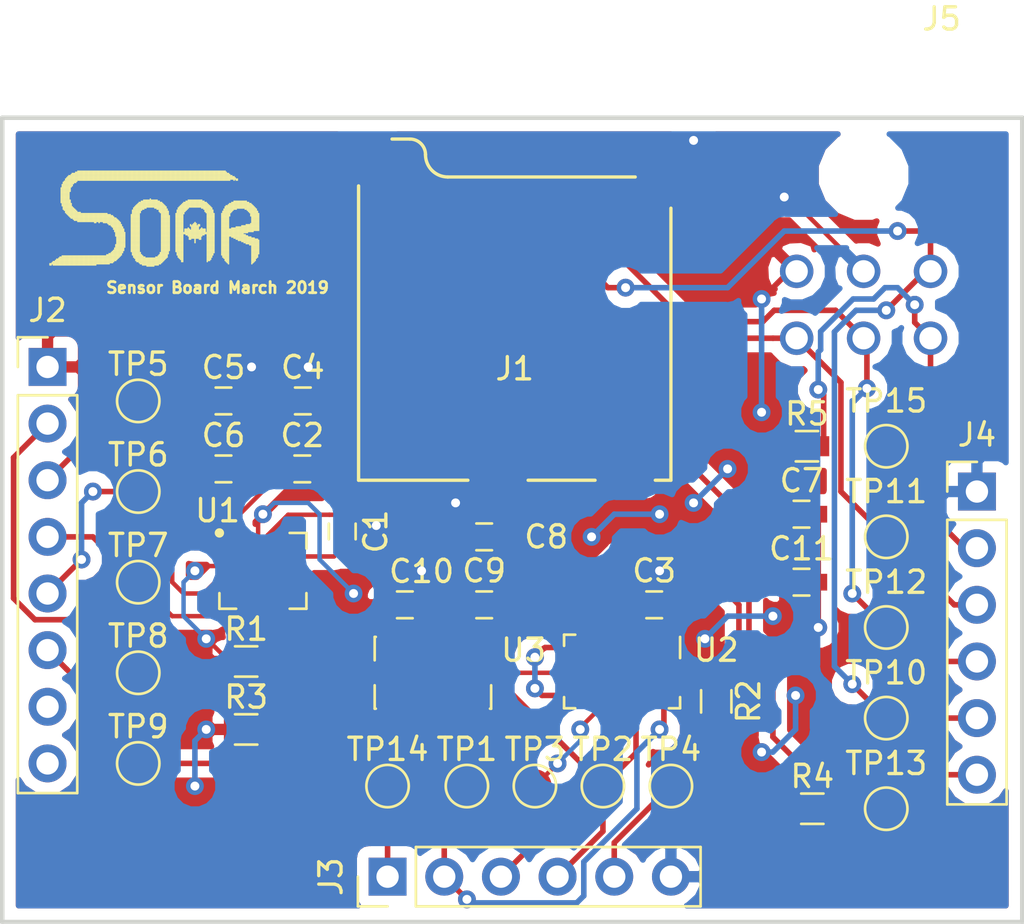
<source format=kicad_pcb>
(kicad_pcb (version 20171130) (host pcbnew "(5.0.2)-1")
  (layers (0 F.Cu signal) (31 B.Cu signal) (34 B.Paste user) (35 F.Paste user) (36 B.SilkS user) (37 F.SilkS user) (38 B.Mask user) (39 F.Mask user) (44 Edge.Cuts user))
  (net 0 "")
  (net 1 GND)
  (net 2 "Net-(C1-Pad1)")
  (net 3 "Net-(C2-Pad1)")
  (net 4 +3V3)
  (net 5 "Net-(J1-Pad1)")
  (net 6 SD1_~CS)
  (net 7 SPI3_MOSI)
  (net 8 SPI3_SCK)
  (net 9 SPI3_MISO)
  (net 10 "Net-(J1-Pad8)")
  (net 11 AG_~CS)
  (net 12 SPI1_SCK)
  (net 13 SPI1_MISO)
  (net 14 SPI1_MOSI)
  (net 15 MAG_~CS)
  (net 16 UART3_TX)
  (net 17 UART3_RX)
  (net 18 ACC_~CS)
  (net 19 SPI2_SCK)
  (net 20 SPI2_MISO)
  (net 21 SPI2_MOSI)
  (net 22 BARO_~CS)
  (net 23 SD2_~CS)
  (net 24 "Net-(U1-Pad13)")
  (net 25 "Net-(U1-Pad12)")
  (net 26 "Net-(U1-Pad11)")
  (net 27 "Net-(U1-Pad10)")
  (net 28 "Net-(U1-Pad9)")
  (net 29 "Net-(U3-Pad8)")
  (net 30 "Net-(U3-Pad9)")
  (module SOAR_Library:SF-MICRO-SD (layer F.Cu) (at 112.776 100.584)
    (fp_text reference J1 (at -7 -5) (layer F.SilkS))
    (fp_text value Micro_SD_Card)
    (pad 1 smd rect (at -8.94 -10.7 90) (size 1.5 0.8) (layers F.Cu F.Paste F.Mask) (net 5 "Net-(J1-Pad1)"))
    (pad 2 smd rect (at -7.84 -10.3 90) (size 1.5 0.8) (layers F.Cu F.Paste F.Mask) (net 6 SD1_~CS))
    (pad 3 smd rect (at -6.74 -10.7 90) (size 1.5 0.8) (layers F.Cu F.Paste F.Mask) (net 7 SPI3_MOSI))
    (pad 4 smd rect (at -5.64 -10.9 90) (size 1.5 0.8) (layers F.Cu F.Paste F.Mask) (net 4 +3V3))
    (pad 5 smd rect (at -4.54 -10.7 90) (size 1.5 0.8) (layers F.Cu F.Paste F.Mask) (net 8 SPI3_SCK))
    (pad 6 smd rect (at -3.44 -10.9 90) (size 1.5 0.8) (layers F.Cu F.Paste F.Mask) (net 1 GND))
    (pad 7 smd rect (at -2.34 -10.7 90) (size 1.5 0.8) (layers F.Cu F.Paste F.Mask) (net 9 SPI3_MISO))
    (pad 8 smd rect (at -1.24 -10.7 90) (size 1.5 0.8) (layers F.Cu F.Paste F.Mask) (net 10 "Net-(J1-Pad8)"))
    (pad 9 smd rect (at -0.45 -13.55 90) (size 1.9 1.4) (layers F.Cu F.Paste F.Mask) (net 1 GND))
    (pad 10 smd rect (at -2.05 -0.4) (size 1.9 1.4) (layers F.Cu F.Paste F.Mask))
    (pad 11 smd rect (at -7.75 -0.4) (size 1.9 1.4) (layers F.Cu F.Paste F.Mask))
    (pad 12 smd rect (at -13.6 -14.55 90) (size 1.9 1.4) (layers F.Cu F.Paste F.Mask))
  )
  (module SOAR_Library:PinHeader_1x06_P2.54mm_Vertical (layer F.Cu) (at 100.076 118.364 90)
    (fp_text reference J3 (at 0 -2.54 90) (layer F.SilkS))
    (fp_text value Conn_01x06)
    (pad 1 thru_hole rect (at 0 0 90) (size 1.7 1.7) (drill 1) (layers *.Cu *.Mask) (net 18 ACC_~CS))
    (pad 2 thru_hole oval (at 0 2.54 90) (size 1.7 1.7) (drill 1) (layers *.Cu *.Mask) (net 19 SPI2_SCK))
    (pad 3 thru_hole oval (at 0 5.08 90) (size 1.7 1.7) (drill 1) (layers *.Cu *.Mask) (net 20 SPI2_MISO))
    (pad 4 thru_hole oval (at 0 7.62 90) (size 1.7 1.7) (drill 1) (layers *.Cu *.Mask) (net 21 SPI2_MOSI))
    (pad 5 thru_hole oval (at 0 10.16 90) (size 1.7 1.7) (drill 1) (layers *.Cu *.Mask) (net 22 BARO_~CS))
    (pad 6 thru_hole oval (at 0 12.7 90) (size 1.7 1.7) (drill 1) (layers *.Cu *.Mask) (net 1 GND))
  )
  (module SOAR_Library:PinHeader_1x08_P2.54mm_Vertical (layer F.Cu) (at 84.836 95.504)
    (fp_text reference J2 (at 0 -2.54) (layer F.SilkS))
    (fp_text value Conn_01x08)
    (pad 1 thru_hole rect (at 0 0) (size 1.7 1.7) (drill 1) (layers *.Cu *.Mask) (net 4 +3V3))
    (pad 2 thru_hole oval (at 0 2.54) (size 1.7 1.7) (drill 1) (layers *.Cu *.Mask) (net 11 AG_~CS))
    (pad 3 thru_hole oval (at 0 5.08) (size 1.7 1.7) (drill 1) (layers *.Cu *.Mask) (net 12 SPI1_SCK))
    (pad 4 thru_hole oval (at 0 7.62) (size 1.7 1.7) (drill 1) (layers *.Cu *.Mask) (net 13 SPI1_MISO))
    (pad 5 thru_hole oval (at 0 10.16) (size 1.7 1.7) (drill 1) (layers *.Cu *.Mask) (net 14 SPI1_MOSI))
    (pad 6 thru_hole oval (at 0 12.7) (size 1.7 1.7) (drill 1) (layers *.Cu *.Mask) (net 15 MAG_~CS))
    (pad 7 thru_hole oval (at 0 15.24) (size 1.7 1.7) (drill 1) (layers *.Cu *.Mask) (net 16 UART3_TX))
    (pad 8 thru_hole oval (at 0 17.78) (size 1.7 1.7) (drill 1) (layers *.Cu *.Mask) (net 17 UART3_RX))
  )
  (module Capacitors_SMD:C_0603 (layer F.Cu) (at 98.044 102.882 270)
    (fp_text reference C1 (at 0 -1.5 270) (layer F.SilkS))
    (fp_text value 10n)
    (pad 2 smd rect (at 0.75 0 270) (size 0.8 0.75) (layers F.Cu F.Paste F.Mask) (net 1 GND))
    (pad 1 smd rect (at -0.75 0 270) (size 0.8 0.75) (layers F.Cu F.Paste F.Mask) (net 2 "Net-(C1-Pad1)"))
  )
  (module Capacitors_SMD:C_0603 (layer F.Cu) (at 96.254 100.076)
    (fp_text reference C2 (at 0 -1.5) (layer F.SilkS))
    (fp_text value 0.1u)
    (pad 1 smd rect (at -0.75 0) (size 0.8 0.75) (layers F.Cu F.Paste F.Mask) (net 3 "Net-(C2-Pad1)"))
    (pad 2 smd rect (at 0.75 0) (size 0.8 0.75) (layers F.Cu F.Paste F.Mask) (net 1 GND))
  )
  (module Capacitors_SMD:C_0603 (layer F.Cu) (at 112.026 106.172 180)
    (fp_text reference C3 (at 0 1.524 180) (layer F.SilkS))
    (fp_text value 0.1u)
    (pad 2 smd rect (at 0.75 0 180) (size 0.8 0.75) (layers F.Cu F.Paste F.Mask) (net 1 GND))
    (pad 1 smd rect (at -0.75 0 180) (size 0.8 0.75) (layers F.Cu F.Paste F.Mask) (net 4 +3V3))
  )
  (module Capacitors_SMD:C_0603 (layer F.Cu) (at 96.278 97.028)
    (fp_text reference C4 (at 0 -1.5) (layer F.SilkS))
    (fp_text value 0.1u)
    (pad 2 smd rect (at 0.75 0) (size 0.8 0.75) (layers F.Cu F.Paste F.Mask) (net 1 GND))
    (pad 1 smd rect (at -0.75 0) (size 0.8 0.75) (layers F.Cu F.Paste F.Mask) (net 4 +3V3))
  )
  (module Capacitors_SMD:C_0603 (layer F.Cu) (at 92.722 97.028)
    (fp_text reference C5 (at 0 -1.5) (layer F.SilkS))
    (fp_text value 0.1u)
    (pad 1 smd rect (at -0.75 0) (size 0.8 0.75) (layers F.Cu F.Paste F.Mask) (net 4 +3V3))
    (pad 2 smd rect (at 0.75 0) (size 0.8 0.75) (layers F.Cu F.Paste F.Mask) (net 1 GND))
  )
  (module Capacitors_SMD:C_0603 (layer F.Cu) (at 92.722 100.076)
    (fp_text reference C6 (at 0 -1.5) (layer F.SilkS))
    (fp_text value 10u)
    (pad 2 smd rect (at 0.75 0) (size 0.8 0.75) (layers F.Cu F.Paste F.Mask) (net 1 GND))
    (pad 1 smd rect (at -0.75 0) (size 0.8 0.75) (layers F.Cu F.Paste F.Mask) (net 4 +3V3))
  )
  (module Capacitors_SMD:C_0603 (layer F.Cu) (at 118.63 102.108)
    (fp_text reference C7 (at 0 -1.5) (layer F.SilkS))
    (fp_text value 10u)
    (pad 1 smd rect (at -0.75 0) (size 0.8 0.75) (layers F.Cu F.Paste F.Mask) (net 4 +3V3))
    (pad 2 smd rect (at 0.75 0) (size 0.8 0.75) (layers F.Cu F.Paste F.Mask) (net 1 GND))
  )
  (module Capacitors_SMD:C_0603 (layer F.Cu) (at 104.406 103.124 180)
    (fp_text reference C8 (at -2.782 0 180) (layer F.SilkS))
    (fp_text value 0.1u)
    (pad 1 smd rect (at -0.75 0 180) (size 0.8 0.75) (layers F.Cu F.Paste F.Mask) (net 4 +3V3))
    (pad 2 smd rect (at 0.75 0 180) (size 0.8 0.75) (layers F.Cu F.Paste F.Mask) (net 1 GND))
  )
  (module Capacitors_SMD:C_0603 (layer F.Cu) (at 104.406 106.172 180)
    (fp_text reference C9 (at 0 1.524 180) (layer F.SilkS))
    (fp_text value 0.1u)
    (pad 2 smd rect (at 0.75 0 180) (size 0.8 0.75) (layers F.Cu F.Paste F.Mask) (net 1 GND))
    (pad 1 smd rect (at -0.75 0 180) (size 0.8 0.75) (layers F.Cu F.Paste F.Mask) (net 4 +3V3))
  )
  (module Capacitors_SMD:C_0603 (layer F.Cu) (at 100.85 106.172)
    (fp_text reference C10 (at 0.75 -1.5) (layer F.SilkS))
    (fp_text value 10u)
    (pad 1 smd rect (at -0.75 0) (size 0.8 0.75) (layers F.Cu F.Paste F.Mask) (net 4 +3V3))
    (pad 2 smd rect (at 0.75 0) (size 0.8 0.75) (layers F.Cu F.Paste F.Mask) (net 1 GND))
  )
  (module Capacitors_SMD:C_0603 (layer F.Cu) (at 118.63 105.156)
    (fp_text reference C11 (at 0 -1.5) (layer F.SilkS))
    (fp_text value 10u)
    (pad 1 smd rect (at -0.75 0) (size 0.8 0.75) (layers F.Cu F.Paste F.Mask) (net 4 +3V3))
    (pad 2 smd rect (at 0.75 0) (size 0.8 0.75) (layers F.Cu F.Paste F.Mask) (net 1 GND))
  )
  (module SOAR_Library:PinHeader_1x06_P2.54mm_Vertical (layer F.Cu) (at 126.492 101.092)
    (fp_text reference J4 (at 0 -2.54) (layer F.SilkS))
    (fp_text value Conn_01x06)
    (pad 6 thru_hole oval (at 0 12.7) (size 1.7 1.7) (drill 1) (layers *.Cu *.Mask) (net 6 SD1_~CS))
    (pad 5 thru_hole oval (at 0 10.16) (size 1.7 1.7) (drill 1) (layers *.Cu *.Mask) (net 8 SPI3_SCK))
    (pad 4 thru_hole oval (at 0 7.62) (size 1.7 1.7) (drill 1) (layers *.Cu *.Mask) (net 9 SPI3_MISO))
    (pad 3 thru_hole oval (at 0 5.08) (size 1.7 1.7) (drill 1) (layers *.Cu *.Mask) (net 7 SPI3_MOSI))
    (pad 2 thru_hole oval (at 0 2.54) (size 1.7 1.7) (drill 1) (layers *.Cu *.Mask) (net 23 SD2_~CS))
    (pad 1 thru_hole rect (at 0 0) (size 1.7 1.7) (drill 1) (layers *.Cu *.Mask) (net 1 GND))
  )
  (module SOAR_Library:Molex_Micro-Fit_3.0_43045-0600_2x03_P3.00mm_Horizontal (layer F.Cu) (at 121.412 82.296 180)
    (fp_text reference J5 (at -3.5 2.4) (layer F.SilkS))
    (fp_text value Conn_01x06)
    (pad "" np_thru_hole circle (at 0 -4.6) (size 3 3) (drill 3) (layers *.Cu *.Mask))
    (pad 1 thru_hole circle (at 3 -8.92) (size 1.5 1.5) (drill 1) (layers *.Cu *.Mask) (net 4 +3V3))
    (pad 2 thru_hole circle (at 0 -8.92) (size 1.5 1.5) (drill 1) (layers *.Cu *.Mask) (net 1 GND))
    (pad 4 thru_hole circle (at 3 -11.92) (size 1.5 1.5) (drill 1) (layers *.Cu *.Mask) (net 7 SPI3_MOSI))
    (pad 5 thru_hole circle (at 0 -11.92) (size 1.5 1.5) (drill 1) (layers *.Cu *.Mask) (net 9 SPI3_MISO))
    (pad 6 thru_hole circle (at -3 -11.92) (size 1.5 1.5) (drill 1) (layers *.Cu *.Mask) (net 23 SD2_~CS))
    (pad 3 thru_hole circle (at -3 -8.92) (size 1.5 1.5) (drill 1) (layers *.Cu *.Mask) (net 8 SPI3_SCK))
  )
  (module Resistors_SMD:R_0603 (layer F.Cu) (at 93.738 108.712)
    (fp_text reference R1 (at 0 -1.45) (layer F.SilkS))
    (fp_text value 10k)
    (pad 2 smd rect (at 0.75 0) (size 0.5 0.9) (layers F.Cu F.Paste F.Mask) (net 11 AG_~CS))
    (pad 1 smd rect (at -0.75 0) (size 0.5 0.9) (layers F.Cu F.Paste F.Mask) (net 4 +3V3))
  )
  (module Resistors_SMD:R_0603 (layer F.Cu) (at 114.808 110.502 270)
    (fp_text reference R2 (at 0 -1.45 270) (layer F.SilkS))
    (fp_text value 10k)
    (pad 1 smd rect (at -0.75 0 270) (size 0.5 0.9) (layers F.Cu F.Paste F.Mask) (net 4 +3V3))
    (pad 2 smd rect (at 0.75 0 270) (size 0.5 0.9) (layers F.Cu F.Paste F.Mask) (net 22 BARO_~CS))
  )
  (module Resistors_SMD:R_0603 (layer F.Cu) (at 93.738 111.76)
    (fp_text reference R3 (at 0 -1.45) (layer F.SilkS))
    (fp_text value 10k)
    (pad 1 smd rect (at -0.75 0) (size 0.5 0.9) (layers F.Cu F.Paste F.Mask) (net 4 +3V3))
    (pad 2 smd rect (at 0.75 0) (size 0.5 0.9) (layers F.Cu F.Paste F.Mask) (net 15 MAG_~CS))
  )
  (module Resistors_SMD:R_0603 (layer F.Cu) (at 119.114 115.316)
    (fp_text reference R4 (at 0 -1.45) (layer F.SilkS))
    (fp_text value 10k)
    (pad 2 smd rect (at 0.75 0) (size 0.5 0.9) (layers F.Cu F.Paste F.Mask) (net 6 SD1_~CS))
    (pad 1 smd rect (at -0.75 0) (size 0.5 0.9) (layers F.Cu F.Paste F.Mask) (net 4 +3V3))
  )
  (module Resistors_SMD:R_0603 (layer F.Cu) (at 118.872 99.06)
    (fp_text reference R5 (at 0 -1.45) (layer F.SilkS))
    (fp_text value 10k)
    (pad 2 smd rect (at 0.75 0) (size 0.5 0.9) (layers F.Cu F.Paste F.Mask) (net 23 SD2_~CS))
    (pad 1 smd rect (at -0.75 0) (size 0.5 0.9) (layers F.Cu F.Paste F.Mask) (net 4 +3V3))
  )
  (module SOAR_Library:TestPoint_Pad_D1.5mm (layer F.Cu) (at 103.632 114.3)
    (fp_text reference TP1 (at 0 -1.648) (layer F.SilkS))
    (fp_text value TP)
    (pad 1 smd circle (at 0 0) (size 1.5 1.5) (layers F.Cu F.Mask) (net 19 SPI2_SCK))
  )
  (module SOAR_Library:TestPoint_Pad_D1.5mm (layer F.Cu) (at 109.728 114.3)
    (fp_text reference TP2 (at 0 -1.648) (layer F.SilkS))
    (fp_text value TP)
    (pad 1 smd circle (at 0 0) (size 1.5 1.5) (layers F.Cu F.Mask) (net 21 SPI2_MOSI))
  )
  (module SOAR_Library:TestPoint_Pad_D1.5mm (layer F.Cu) (at 106.68 114.3)
    (fp_text reference TP3 (at 0 -1.648) (layer F.SilkS))
    (fp_text value TP)
    (pad 1 smd circle (at 0 0) (size 1.5 1.5) (layers F.Cu F.Mask) (net 20 SPI2_MISO))
  )
  (module SOAR_Library:TestPoint_Pad_D1.5mm (layer F.Cu) (at 112.776 114.3)
    (fp_text reference TP4 (at 0 -1.648) (layer F.SilkS))
    (fp_text value TP)
    (pad 1 smd circle (at 0 0) (size 1.5 1.5) (layers F.Cu F.Mask) (net 22 BARO_~CS))
  )
  (module SOAR_Library:TestPoint_Pad_D1.5mm (layer F.Cu) (at 88.9 97.028)
    (fp_text reference TP5 (at 0 -1.648) (layer F.SilkS))
    (fp_text value TP)
    (pad 1 smd circle (at 0 0) (size 1.5 1.5) (layers F.Cu F.Mask) (net 12 SPI1_SCK))
  )
  (module SOAR_Library:TestPoint_Pad_D1.5mm (layer F.Cu) (at 88.9 101.092)
    (fp_text reference TP6 (at 0 -1.648) (layer F.SilkS))
    (fp_text value TP)
    (pad 1 smd circle (at 0 0) (size 1.5 1.5) (layers F.Cu F.Mask) (net 14 SPI1_MOSI))
  )
  (module SOAR_Library:TestPoint_Pad_D1.5mm (layer F.Cu) (at 88.9 105.156)
    (fp_text reference TP7 (at 0 -1.648) (layer F.SilkS))
    (fp_text value TP)
    (pad 1 smd circle (at 0 0) (size 1.5 1.5) (layers F.Cu F.Mask) (net 13 SPI1_MISO))
  )
  (module SOAR_Library:TestPoint_Pad_D1.5mm (layer F.Cu) (at 88.9 109.22)
    (fp_text reference TP8 (at 0 -1.648) (layer F.SilkS))
    (fp_text value TP)
    (pad 1 smd circle (at 0 0) (size 1.5 1.5) (layers F.Cu F.Mask) (net 11 AG_~CS))
  )
  (module SOAR_Library:TestPoint_Pad_D1.5mm (layer F.Cu) (at 88.9 113.284)
    (fp_text reference TP9 (at 0 -1.648) (layer F.SilkS))
    (fp_text value TP)
    (pad 1 smd circle (at 0 0) (size 1.5 1.5) (layers F.Cu F.Mask) (net 15 MAG_~CS))
  )
  (module SOAR_Library:TestPoint_Pad_D1.5mm (layer F.Cu) (at 122.428 111.252)
    (fp_text reference TP10 (at 0 -2.032) (layer F.SilkS))
    (fp_text value TP)
    (pad 1 smd circle (at 0 0) (size 1.5 1.5) (layers F.Cu F.Mask) (net 8 SPI3_SCK))
  )
  (module SOAR_Library:TestPoint_Pad_D1.5mm (layer F.Cu) (at 122.428 103.124)
    (fp_text reference TP11 (at 0 -2.032) (layer F.SilkS))
    (fp_text value TP)
    (pad 1 smd circle (at 0 0) (size 1.5 1.5) (layers F.Cu F.Mask) (net 7 SPI3_MOSI))
  )
  (module SOAR_Library:TestPoint_Pad_D1.5mm (layer F.Cu) (at 122.428 107.188)
    (fp_text reference TP12 (at 0 -2.032) (layer F.SilkS))
    (fp_text value TP)
    (pad 1 smd circle (at 0 0) (size 1.5 1.5) (layers F.Cu F.Mask) (net 9 SPI3_MISO))
  )
  (module SOAR_Library:TestPoint_Pad_D1.5mm (layer F.Cu) (at 122.428 115.316)
    (fp_text reference TP13 (at 0 -2.032) (layer F.SilkS))
    (fp_text value TP)
    (pad 1 smd circle (at 0 0) (size 1.5 1.5) (layers F.Cu F.Mask) (net 6 SD1_~CS))
  )
  (module SOAR_Library:TestPoint_Pad_D1.5mm (layer F.Cu) (at 100.076 114.3)
    (fp_text reference TP14 (at 0 -1.648) (layer F.SilkS))
    (fp_text value TP)
    (pad 1 smd circle (at 0 0) (size 1.5 1.5) (layers F.Cu F.Mask) (net 18 ACC_~CS))
  )
  (module SOAR_Library:TestPoint_Pad_D1.5mm (layer F.Cu) (at 122.428 99.06)
    (fp_text reference TP15 (at 0 -2.032) (layer F.SilkS))
    (fp_text value TP)
    (pad 1 smd circle (at 0 0) (size 1.5 1.5) (layers F.Cu F.Mask) (net 23 SD2_~CS))
  )
  (module Housings_LGA:LGA-24L_3x3.5mm_Pitch0.43mm (layer F.Cu) (at 94.488 104.648)
    (fp_text reference U1 (at -2.032 -2.7) (layer F.SilkS))
    (fp_text value LSM9DS1)
    (pad 13 smd rect (at 1.505 1.225) (size 0.23 0.35) (layers F.Cu F.Paste F.Mask) (net 24 "Net-(U1-Pad13)"))
    (pad 12 smd rect (at 1.075 1.225) (size 0.23 0.35) (layers F.Cu F.Paste F.Mask) (net 25 "Net-(U1-Pad12)"))
    (pad 11 smd rect (at 0.645 1.225) (size 0.23 0.35) (layers F.Cu F.Paste F.Mask) (net 26 "Net-(U1-Pad11)"))
    (pad 10 smd rect (at 0.215 1.225) (size 0.23 0.35) (layers F.Cu F.Paste F.Mask) (net 27 "Net-(U1-Pad10)"))
    (pad 9 smd rect (at -0.215 1.225) (size 0.23 0.35) (layers F.Cu F.Paste F.Mask) (net 28 "Net-(U1-Pad9)"))
    (pad 8 smd rect (at -0.645 1.225) (size 0.23 0.35) (layers F.Cu F.Paste F.Mask) (net 15 MAG_~CS))
    (pad 7 smd rect (at -1.075 1.225) (size 0.23 0.35) (layers F.Cu F.Paste F.Mask) (net 11 AG_~CS))
    (pad 6 smd rect (at -1.505 1.225) (size 0.23 0.35) (layers F.Cu F.Paste F.Mask) (net 13 SPI1_MISO))
    (pad 18 smd rect (at 1.505 -1.225) (size 0.23 0.35) (layers F.Cu F.Paste F.Mask) (net 1 GND))
    (pad 19 smd rect (at 1.075 -1.225) (size 0.23 0.35) (layers F.Cu F.Paste F.Mask) (net 1 GND))
    (pad 20 smd rect (at 0.645 -1.225) (size 0.23 0.35) (layers F.Cu F.Paste F.Mask) (net 1 GND))
    (pad 21 smd rect (at 0.215 -1.225) (size 0.23 0.35) (layers F.Cu F.Paste F.Mask) (net 2 "Net-(C1-Pad1)"))
    (pad 22 smd rect (at -0.215 -1.225) (size 0.23 0.35) (layers F.Cu F.Paste F.Mask) (net 4 +3V3))
    (pad 23 smd rect (at -0.645 -1.225) (size 0.23 0.35) (layers F.Cu F.Paste F.Mask) (net 4 +3V3))
    (pad 24 smd rect (at -1.075 -1.225) (size 0.23 0.35) (layers F.Cu F.Paste F.Mask) (net 3 "Net-(C2-Pad1)"))
    (pad 14 smd rect (at 1.475 0.645) (size 0.35 0.23) (layers F.Cu F.Paste F.Mask) (net 1 GND))
    (pad 5 smd rect (at -1.475 0.645) (size 0.35 0.23) (layers F.Cu F.Paste F.Mask) (net 13 SPI1_MISO))
    (pad 15 smd rect (at 1.475 0.215) (size 0.35 0.23) (layers F.Cu F.Paste F.Mask) (net 1 GND))
    (pad 4 smd rect (at -1.475 0.215) (size 0.35 0.23) (layers F.Cu F.Paste F.Mask) (net 14 SPI1_MOSI))
    (pad 16 smd rect (at 1.475 -0.215) (size 0.35 0.23) (layers F.Cu F.Paste F.Mask) (net 1 GND))
    (pad 3 smd rect (at -1.475 -0.215) (size 0.35 0.23) (layers F.Cu F.Paste F.Mask) (net 4 +3V3))
    (pad 17 smd rect (at 1.475 -0.645) (size 0.35 0.23) (layers F.Cu F.Paste F.Mask) (net 1 GND))
    (pad 2 smd rect (at -1.475 -0.645) (size 0.35 0.23) (layers F.Cu F.Paste F.Mask) (net 12 SPI1_SCK))
    (pad 1 smd rect (at -1.505 -1.225) (size 0.23 0.35) (layers F.Cu F.Paste F.Mask) (net 4 +3V3))
  )
  (module Housings_LGA:LGA-8_3x5mm_Pitch1.25mm (layer F.Cu) (at 110.587 109.161 270)
    (fp_text reference U2 (at -0.957 -4.221) (layer F.SilkS))
    (fp_text value MS5607)
    (pad 5 smd rect (at 1.075 1.875 270) (size 0.95 0.55) (layers F.Cu F.Paste F.Mask) (net 22 BARO_~CS))
    (pad 6 smd rect (at 1.075 0.625 270) (size 0.95 0.55) (layers F.Cu F.Paste F.Mask) (net 20 SPI2_MISO))
    (pad 7 smd rect (at 1.075 -0.625 270) (size 0.95 0.55) (layers F.Cu F.Paste F.Mask) (net 21 SPI2_MOSI))
    (pad 8 smd rect (at 1.075 -1.875 270) (size 0.95 0.55) (layers F.Cu F.Paste F.Mask) (net 19 SPI2_SCK))
    (pad 3 smd rect (at -1.075 0.625 270) (size 0.95 0.55) (layers F.Cu F.Paste F.Mask) (net 1 GND))
    (pad 2 smd rect (at -1.075 -0.625 270) (size 0.95 0.55) (layers F.Cu F.Paste F.Mask) (net 1 GND))
    (pad 1 smd rect (at -1.075 -1.875 270) (size 0.95 0.55) (layers F.Cu F.Paste F.Mask) (net 4 +3V3))
    (pad 4 smd rect (at -1.075 1.875 270) (size 0.95 0.55) (layers F.Cu F.Paste F.Mask) (net 22 BARO_~CS))
  )
  (module SOAR_Library:LGA-14_3x5mm_P0.8mm_LayoutBorder1x6y (layer F.Cu) (at 102.108 109.22 270)
    (fp_text reference U3 (at -1.016 -4.064) (layer F.SilkS))
    (fp_text value ADXL345)
    (pad 1 smd rect (at -1 -2 270) (size 0.95 0.6) (layers F.Cu F.Paste F.Mask) (net 4 +3V3))
    (pad 2 smd rect (at -1 -1.2 270) (size 0.95 0.6) (layers F.Cu F.Paste F.Mask) (net 1 GND))
    (pad 3 smd rect (at -1 -0.4 270) (size 0.95 0.6) (layers F.Cu F.Paste F.Mask))
    (pad 4 smd rect (at -1 0.4 270) (size 0.95 0.6) (layers F.Cu F.Paste F.Mask) (net 1 GND))
    (pad 5 smd rect (at -1 1.2 270) (size 0.95 0.6) (layers F.Cu F.Paste F.Mask) (net 1 GND))
    (pad 6 smd rect (at -1 2 270) (size 0.95 0.6) (layers F.Cu F.Paste F.Mask) (net 4 +3V3))
    (pad 7 smd rect (at 0 2 270) (size 0.6 0.95) (layers F.Cu F.Paste F.Mask) (net 18 ACC_~CS))
    (pad 8 smd rect (at 1 2 270) (size 0.95 0.6) (layers F.Cu F.Paste F.Mask) (net 29 "Net-(U3-Pad8)"))
    (pad 9 smd rect (at 1 1.2 270) (size 0.95 0.6) (layers F.Cu F.Paste F.Mask) (net 30 "Net-(U3-Pad9)"))
    (pad 10 smd rect (at 1 0.4 270) (size 0.95 0.6) (layers F.Cu F.Paste F.Mask))
    (pad 11 smd rect (at 1 -0.4 270) (size 0.95 0.6) (layers F.Cu F.Paste F.Mask))
    (pad 12 smd rect (at 1 -1.2 270) (size 0.95 0.6) (layers F.Cu F.Paste F.Mask) (net 20 SPI2_MISO))
    (pad 13 smd rect (at 1 -2 270) (size 0.95 0.6) (layers F.Cu F.Paste F.Mask) (net 21 SPI2_MOSI))
    (pad 14 smd rect (at 0 -2 270) (size 0.6 0.95) (layers F.Cu F.Paste F.Mask) (net 19 SPI2_SCK))
  )
  (module SOAR_Library:LOGO_SOAR (layer F.Cu) (at 83.82 85.852)
    (fp_text reference LOGO_SOAR hide)
    (fp_text value "" (at 0 0) (layer F.SilkS) (effects (font (size 1.524 1.524))))
  )
  (gr_text "Sensor Board March 2019" (at 92.456 91.948) (layer F.SilkS) (effects (font (size 0.5 0.5) (thickness 0.125))))
  (gr_line (start 82.804 84.328) (end 128.524 84.328) (layer Edge.Cuts) (width 0.2))
  (gr_line (start 82.804 120.396) (end 82.804 84.328) (layer Edge.Cuts) (width 0.2))
  (gr_line (start 128.524 120.396) (end 82.804 120.396) (layer Edge.Cuts) (width 0.2))
  (gr_line (start 128.524 84.328) (end 128.524 120.396) (layer Edge.Cuts) (width 0.2))
  (segment (start 95.963 105.293) (end 95.963 104.863) (width 0.2) (layer F.Cu) (net 1))
  (segment (start 95.963 104.863) (end 95.963 104.433) (width 0.2) (layer F.Cu) (net 1))
  (segment (start 95.963 104.433) (end 95.963 104.003) (width 0.2) (layer F.Cu) (net 1))
  (segment (start 97.673 104.003) (end 98.044 103.632) (width 0.2) (layer F.Cu) (net 1))
  (segment (start 95.963 104.003) (end 97.673 104.003) (width 0.2) (layer F.Cu) (net 1))
  (segment (start 97.028 100.052) (end 97.004 100.076) (width 0.2) (layer F.Cu) (net 1))
  (segment (start 97.028 97.028) (end 97.028 100.052) (width 0.2) (layer F.Cu) (net 1))
  (segment (start 95.133 103.423) (end 95.563 103.423) (width 0.2) (layer F.Cu) (net 1))
  (segment (start 95.563 103.423) (end 95.993 103.423) (width 0.2) (layer F.Cu) (net 1))
  (segment (start 93.472 100.076) (end 93.472 97.028) (width 0.2) (layer F.Cu) (net 1))
  (via (at 93.98 95.504) (size 0.8) (drill 0.4) (layers F.Cu B.Cu) (net 1))
  (segment (start 93.472 97.028) (end 93.472 96.012) (width 0.2) (layer F.Cu) (net 1))
  (segment (start 93.472 96.012) (end 93.98 95.504) (width 0.2) (layer F.Cu) (net 1))
  (via (at 96.52 95.504) (size 0.8) (drill 0.4) (layers F.Cu B.Cu) (net 1))
  (segment (start 93.98 95.504) (end 96.52 95.504) (width 0.2) (layer B.Cu) (net 1))
  (segment (start 96.52 95.504) (end 97.028 96.012) (width 0.2) (layer F.Cu) (net 1))
  (segment (start 97.028 96.012) (end 97.028 97.028) (width 0.2) (layer F.Cu) (net 1))
  (segment (start 95.963 103.453) (end 95.993 103.423) (width 0.2) (layer F.Cu) (net 1))
  (segment (start 95.963 104.003) (end 95.963 103.453) (width 0.2) (layer F.Cu) (net 1))
  (segment (start 109.962 108.086) (end 111.212 108.086) (width 0.2) (layer F.Cu) (net 1))
  (via (at 99.568 102.616) (size 0.8) (drill 0.4) (layers F.Cu B.Cu) (net 1))
  (segment (start 98.044 103.632) (end 98.552 103.632) (width 0.2) (layer F.Cu) (net 1))
  (segment (start 98.552 103.632) (end 99.568 102.616) (width 0.2) (layer F.Cu) (net 1))
  (via (at 117.856 87.884) (size 0.8) (drill 0.4) (layers F.Cu B.Cu) (net 1))
  (segment (start 121.412 91.216) (end 118.08 87.884) (width 0.2) (layer F.Cu) (net 1))
  (segment (start 118.08 87.884) (end 117.856 87.884) (width 0.2) (layer F.Cu) (net 1))
  (segment (start 100.908 108.22) (end 101.708 108.22) (width 0.25) (layer F.Cu) (net 1))
  (segment (start 101.708 106.28) (end 101.6 106.172) (width 0.25) (layer F.Cu) (net 1))
  (segment (start 101.708 108.22) (end 101.708 106.28) (width 0.25) (layer F.Cu) (net 1))
  (via (at 101.6 104.648) (size 0.8) (drill 0.4) (layers F.Cu B.Cu) (net 1))
  (segment (start 101.6 106.172) (end 101.6 104.648) (width 0.25) (layer F.Cu) (net 1))
  (segment (start 103.656 106.172) (end 103.656 103.124) (width 0.25) (layer F.Cu) (net 1))
  (via (at 103.124 101.6) (size 0.8) (drill 0.4) (layers F.Cu B.Cu) (net 1))
  (segment (start 103.656 103.124) (end 103.656 102.132) (width 0.25) (layer F.Cu) (net 1))
  (segment (start 103.656 102.132) (end 103.124 101.6) (width 0.25) (layer F.Cu) (net 1))
  (segment (start 103.308 106.52) (end 103.656 106.172) (width 0.25) (layer F.Cu) (net 1))
  (segment (start 103.308 108.22) (end 103.308 106.52) (width 0.25) (layer F.Cu) (net 1))
  (segment (start 111.212 106.236) (end 111.276 106.172) (width 0.25) (layer F.Cu) (net 1))
  (segment (start 111.212 108.086) (end 111.212 106.236) (width 0.25) (layer F.Cu) (net 1))
  (via (at 112.268 104.648) (size 0.8) (drill 0.4) (layers F.Cu B.Cu) (net 1))
  (segment (start 111.276 106.172) (end 111.276 105.64) (width 0.25) (layer F.Cu) (net 1))
  (segment (start 111.276 105.64) (end 112.268 104.648) (width 0.25) (layer F.Cu) (net 1))
  (segment (start 119.38 102.108) (end 119.38 105.156) (width 0.25) (layer F.Cu) (net 1))
  (via (at 119.38 107.188) (size 0.8) (drill 0.4) (layers F.Cu B.Cu) (net 1))
  (segment (start 119.38 105.156) (end 119.38 107.188) (width 0.25) (layer F.Cu) (net 1))
  (segment (start 111.376 87.034) (end 112.326 87.034) (width 0.25) (layer F.Cu) (net 1))
  (segment (start 110.986 87.034) (end 111.376 87.034) (width 0.25) (layer F.Cu) (net 1))
  (segment (start 109.336 88.684) (end 110.986 87.034) (width 0.25) (layer F.Cu) (net 1))
  (segment (start 109.336 89.684) (end 109.336 88.684) (width 0.25) (layer F.Cu) (net 1))
  (segment (start 113.276 87.034) (end 113.792 86.518) (width 0.25) (layer F.Cu) (net 1))
  (segment (start 112.326 87.034) (end 113.276 87.034) (width 0.25) (layer F.Cu) (net 1))
  (via (at 113.792 85.344) (size 0.8) (drill 0.4) (layers F.Cu B.Cu) (net 1))
  (segment (start 113.792 86.518) (end 113.792 85.344) (width 0.25) (layer F.Cu) (net 1))
  (segment (start 97.469 102.132) (end 98.044 102.132) (width 0.2) (layer F.Cu) (net 2))
  (segment (start 95.619 102.132) (end 97.469 102.132) (width 0.2) (layer F.Cu) (net 2))
  (segment (start 94.703 103.048) (end 95.619 102.132) (width 0.2) (layer F.Cu) (net 2))
  (segment (start 94.703 103.423) (end 94.703 103.048) (width 0.2) (layer F.Cu) (net 2))
  (segment (start 95.479 100.076) (end 95.504 100.076) (width 0.2) (layer F.Cu) (net 3))
  (segment (start 93.413 102.142) (end 95.479 100.076) (width 0.2) (layer F.Cu) (net 3))
  (segment (start 93.413 103.423) (end 93.413 102.142) (width 0.2) (layer F.Cu) (net 3))
  (segment (start 92.983 103.423) (end 92.983 102.635) (width 0.2) (layer F.Cu) (net 4))
  (segment (start 91.972 101.624) (end 91.972 100.076) (width 0.2) (layer F.Cu) (net 4))
  (segment (start 92.983 102.635) (end 91.972 101.624) (width 0.2) (layer F.Cu) (net 4))
  (segment (start 91.972 100.076) (end 91.972 97.028) (width 0.2) (layer F.Cu) (net 4))
  (via (at 91.44 104.648) (size 0.8) (drill 0.4) (layers F.Cu B.Cu) (net 4))
  (segment (start 93.013 104.433) (end 91.655 104.433) (width 0.2) (layer F.Cu) (net 4))
  (segment (start 91.655 104.433) (end 91.44 104.648) (width 0.2) (layer F.Cu) (net 4))
  (segment (start 91.44 104.648) (end 90.932 105.156) (width 0.2) (layer B.Cu) (net 4))
  (via (at 91.948 107.696) (size 0.8) (drill 0.4) (layers F.Cu B.Cu) (net 4))
  (segment (start 90.932 105.156) (end 90.932 106.68) (width 0.2) (layer B.Cu) (net 4))
  (segment (start 90.932 106.68) (end 91.948 107.696) (width 0.2) (layer B.Cu) (net 4))
  (segment (start 91.972 107.696) (end 92.988 108.712) (width 0.2) (layer F.Cu) (net 4))
  (segment (start 91.948 107.696) (end 91.972 107.696) (width 0.2) (layer F.Cu) (net 4))
  (segment (start 93.843 103.423) (end 94.273 103.423) (width 0.2) (layer F.Cu) (net 4))
  (via (at 94.488 102.108) (size 0.8) (drill 0.4) (layers F.Cu B.Cu) (net 4))
  (segment (start 94.273 103.423) (end 94.273 102.323) (width 0.2) (layer F.Cu) (net 4))
  (segment (start 94.273 102.323) (end 94.488 102.108) (width 0.2) (layer F.Cu) (net 4))
  (via (at 98.552 105.664) (size 0.8) (drill 0.4) (layers F.Cu B.Cu) (net 4))
  (segment (start 98.552 105.664) (end 97.028 104.14) (width 0.2) (layer B.Cu) (net 4))
  (segment (start 97.028 104.14) (end 97.028 102.108) (width 0.2) (layer B.Cu) (net 4))
  (segment (start 97.028 102.108) (end 96.52 101.6) (width 0.2) (layer B.Cu) (net 4))
  (segment (start 94.996 101.6) (end 94.488 102.108) (width 0.2) (layer B.Cu) (net 4))
  (segment (start 96.52 101.6) (end 94.996 101.6) (width 0.2) (layer B.Cu) (net 4))
  (segment (start 93.843 103.798) (end 93.843 103.423) (width 0.2) (layer F.Cu) (net 4))
  (segment (start 93.843 103.978) (end 93.843 103.798) (width 0.2) (layer F.Cu) (net 4))
  (segment (start 93.388 104.433) (end 93.843 103.978) (width 0.2) (layer F.Cu) (net 4))
  (segment (start 93.013 104.433) (end 93.388 104.433) (width 0.2) (layer F.Cu) (net 4))
  (via (at 91.948 111.76) (size 0.8) (drill 0.4) (layers F.Cu B.Cu) (net 4))
  (segment (start 92.988 111.76) (end 91.948 111.76) (width 0.25) (layer F.Cu) (net 4))
  (segment (start 91.948 111.76) (end 91.44 112.268) (width 0.25) (layer B.Cu) (net 4))
  (via (at 91.44 114.3) (size 0.8) (drill 0.4) (layers F.Cu B.Cu) (net 4))
  (segment (start 91.44 112.268) (end 91.44 114.3) (width 0.25) (layer B.Cu) (net 4))
  (segment (start 99.06 106.172) (end 98.552 105.664) (width 0.25) (layer F.Cu) (net 4))
  (segment (start 100.1 106.172) (end 99.06 106.172) (width 0.25) (layer F.Cu) (net 4))
  (via (at 109.22 103.124) (size 0.8) (drill 0.4) (layers F.Cu B.Cu) (net 4))
  (segment (start 105.156 106.172) (end 106.172 106.172) (width 0.25) (layer F.Cu) (net 4))
  (segment (start 106.172 106.172) (end 109.22 103.124) (width 0.25) (layer F.Cu) (net 4))
  (via (at 112.268 102.108) (size 0.8) (drill 0.4) (layers F.Cu B.Cu) (net 4))
  (segment (start 109.22 103.124) (end 110.236 102.108) (width 0.25) (layer B.Cu) (net 4))
  (segment (start 110.236 102.108) (end 112.268 102.108) (width 0.25) (layer B.Cu) (net 4))
  (via (at 114.3 107.696) (size 0.8) (drill 0.4) (layers F.Cu B.Cu) (net 4))
  (segment (start 112.462 108.086) (end 113.91 108.086) (width 0.25) (layer F.Cu) (net 4))
  (segment (start 113.91 108.086) (end 114.3 107.696) (width 0.25) (layer F.Cu) (net 4))
  (via (at 117.348 106.68) (size 0.8) (drill 0.4) (layers F.Cu B.Cu) (net 4))
  (segment (start 114.3 107.696) (end 115.316 106.68) (width 0.25) (layer B.Cu) (net 4))
  (segment (start 115.316 106.68) (end 117.348 106.68) (width 0.25) (layer B.Cu) (net 4))
  (segment (start 117.348 106.68) (end 118.364 107.696) (width 0.25) (layer F.Cu) (net 4))
  (via (at 118.364 110.236) (size 0.8) (drill 0.4) (layers F.Cu B.Cu) (net 4))
  (segment (start 118.364 107.696) (end 118.364 110.236) (width 0.25) (layer F.Cu) (net 4))
  (segment (start 118.364 110.236) (end 118.364 111.252) (width 0.25) (layer B.Cu) (net 4))
  (segment (start 118.364 111.252) (end 118.364 111.76) (width 0.25) (layer B.Cu) (net 4))
  (via (at 116.84 112.776) (size 0.8) (drill 0.4) (layers F.Cu B.Cu) (net 4))
  (segment (start 118.364 111.76) (end 117.348 112.776) (width 0.25) (layer B.Cu) (net 4))
  (segment (start 117.348 112.776) (end 116.84 112.776) (width 0.25) (layer B.Cu) (net 4))
  (via (at 116.84 97.536) (size 0.8) (drill 0.4) (layers F.Cu B.Cu) (net 4))
  (segment (start 118.122 99.06) (end 118.122 98.818) (width 0.25) (layer F.Cu) (net 4))
  (segment (start 118.122 98.818) (end 116.84 97.536) (width 0.25) (layer F.Cu) (net 4))
  (via (at 116.84 92.456) (size 0.8) (drill 0.4) (layers F.Cu B.Cu) (net 4))
  (segment (start 116.84 97.536) (end 116.84 92.456) (width 0.25) (layer B.Cu) (net 4))
  (segment (start 118.08 91.216) (end 118.412 91.216) (width 0.25) (layer F.Cu) (net 4))
  (segment (start 116.84 92.456) (end 118.08 91.216) (width 0.25) (layer F.Cu) (net 4))
  (via (at 113.792 101.6) (size 0.8) (drill 0.4) (layers F.Cu B.Cu) (net 4))
  (segment (start 112.268 102.108) (end 113.284 102.108) (width 0.25) (layer F.Cu) (net 4))
  (segment (start 113.284 102.108) (end 113.792 101.6) (width 0.25) (layer F.Cu) (net 4))
  (via (at 115.316 100.076) (size 0.8) (drill 0.4) (layers F.Cu B.Cu) (net 4))
  (segment (start 113.792 101.6) (end 115.316 100.076) (width 0.25) (layer B.Cu) (net 4))
  (segment (start 123.952 113.792) (end 126.492 113.792) (width 0.25) (layer F.Cu) (net 6))
  (segment (start 122.428 115.316) (end 123.952 113.792) (width 0.25) (layer F.Cu) (net 6))
  (segment (start 121.36734 115.316) (end 119.864 115.316) (width 0.25) (layer F.Cu) (net 6))
  (segment (start 122.428 115.316) (end 121.36734 115.316) (width 0.25) (layer F.Cu) (net 6))
  (segment (start 119.864 114.616) (end 117.348 112.1) (width 0.25) (layer F.Cu) (net 6))
  (segment (start 119.864 115.316) (end 119.864 114.616) (width 0.25) (layer F.Cu) (net 6))
  (segment (start 117.348 112.1) (end 117.348 108.712) (width 0.25) (layer F.Cu) (net 6))
  (segment (start 116.27401 107.63801) (end 116.27401 102.55801) (width 0.25) (layer F.Cu) (net 6))
  (segment (start 117.348 108.712) (end 116.27401 107.63801) (width 0.25) (layer F.Cu) (net 6))
  (segment (start 116.27401 102.55801) (end 110.744 97.028) (width 0.25) (layer F.Cu) (net 6))
  (segment (start 110.744 97.028) (end 108.204 97.028) (width 0.25) (layer F.Cu) (net 6))
  (segment (start 104.936 93.76) (end 104.936 90.284) (width 0.25) (layer F.Cu) (net 6))
  (segment (start 108.204 97.028) (end 104.936 93.76) (width 0.25) (layer F.Cu) (net 6))
  (segment (start 125.476 106.172) (end 126.492 106.172) (width 0.25) (layer F.Cu) (net 7))
  (segment (start 122.428 103.124) (end 125.476 106.172) (width 0.25) (layer F.Cu) (net 7))
  (segment (start 119.161999 94.965999) (end 118.412 94.216) (width 0.25) (layer F.Cu) (net 7))
  (segment (start 120.396 96.2) (end 119.161999 94.965999) (width 0.25) (layer F.Cu) (net 7))
  (segment (start 120.396 101.092) (end 120.396 96.2) (width 0.25) (layer F.Cu) (net 7))
  (segment (start 122.428 103.124) (end 120.396 101.092) (width 0.25) (layer F.Cu) (net 7))
  (segment (start 117.35134 94.216) (end 118.412 94.216) (width 0.25) (layer F.Cu) (net 7))
  (segment (start 109.368 94.216) (end 117.35134 94.216) (width 0.25) (layer F.Cu) (net 7))
  (segment (start 106.036 90.884) (end 109.368 94.216) (width 0.25) (layer F.Cu) (net 7))
  (segment (start 106.036 89.884) (end 106.036 90.884) (width 0.25) (layer F.Cu) (net 7))
  (segment (start 122.428 111.252) (end 126.492 111.252) (width 0.25) (layer F.Cu) (net 8))
  (via (at 120.904 109.728) (size 0.8) (drill 0.4) (layers F.Cu B.Cu) (net 8))
  (segment (start 122.428 111.252) (end 120.904 109.728) (width 0.25) (layer F.Cu) (net 8))
  (segment (start 120.105001 93.931997) (end 121.072998 92.964) (width 0.25) (layer B.Cu) (net 8))
  (segment (start 120.904 109.728) (end 120.105001 108.929001) (width 0.25) (layer B.Cu) (net 8))
  (segment (start 120.105001 108.929001) (end 120.105001 93.931997) (width 0.25) (layer B.Cu) (net 8))
  (segment (start 121.072998 92.964) (end 122.428 92.964) (width 0.25) (layer B.Cu) (net 8))
  (via (at 122.428 92.964) (size 0.8) (drill 0.4) (layers F.Cu B.Cu) (net 8))
  (segment (start 124.176 91.216) (end 124.412 91.216) (width 0.25) (layer F.Cu) (net 8))
  (segment (start 122.428 92.964) (end 124.176 91.216) (width 0.25) (layer F.Cu) (net 8))
  (via (at 110.744 91.948) (size 0.8) (drill 0.4) (layers F.Cu B.Cu) (net 8))
  (segment (start 109.95 91.948) (end 110.744 91.948) (width 0.25) (layer F.Cu) (net 8))
  (segment (start 108.236 89.884) (end 108.236 90.234) (width 0.25) (layer F.Cu) (net 8))
  (segment (start 108.236 90.234) (end 109.95 91.948) (width 0.25) (layer F.Cu) (net 8))
  (segment (start 110.744 91.948) (end 115.316 91.948) (width 0.25) (layer B.Cu) (net 8))
  (via (at 122.936 89.408) (size 0.8) (drill 0.4) (layers F.Cu B.Cu) (net 8))
  (segment (start 115.316 91.948) (end 117.856 89.408) (width 0.25) (layer B.Cu) (net 8))
  (segment (start 117.856 89.408) (end 122.936 89.408) (width 0.25) (layer B.Cu) (net 8))
  (segment (start 124.412 89.868) (end 124.412 91.216) (width 0.25) (layer F.Cu) (net 8))
  (segment (start 122.936 89.408) (end 123.952 89.408) (width 0.25) (layer F.Cu) (net 8))
  (segment (start 123.952 89.408) (end 124.412 89.868) (width 0.25) (layer F.Cu) (net 8))
  (segment (start 123.952 108.712) (end 126.492 108.712) (width 0.25) (layer F.Cu) (net 9))
  (segment (start 122.428 107.188) (end 123.952 108.712) (width 0.25) (layer F.Cu) (net 9))
  (via (at 120.904 105.664) (size 0.8) (drill 0.4) (layers F.Cu B.Cu) (net 9))
  (segment (start 122.428 107.188) (end 120.904 105.664) (width 0.25) (layer F.Cu) (net 9))
  (segment (start 120.904 105.664) (end 120.904 97.028) (width 0.25) (layer B.Cu) (net 9))
  (via (at 121.560487 96.465048) (size 0.8) (drill 0.4) (layers F.Cu B.Cu) (net 9))
  (segment (start 120.904 97.028) (end 120.997535 97.028) (width 0.25) (layer B.Cu) (net 9))
  (segment (start 120.997535 97.028) (end 121.560487 96.465048) (width 0.25) (layer B.Cu) (net 9))
  (segment (start 121.560487 94.364487) (end 121.412 94.216) (width 0.25) (layer F.Cu) (net 9))
  (segment (start 121.560487 96.465048) (end 121.560487 94.364487) (width 0.25) (layer F.Cu) (net 9))
  (segment (start 110.436 90.519002) (end 113.388998 93.472) (width 0.25) (layer F.Cu) (net 9))
  (segment (start 110.436 89.884) (end 110.436 90.519002) (width 0.25) (layer F.Cu) (net 9))
  (segment (start 116.897002 93.472) (end 117.405002 92.964) (width 0.25) (layer F.Cu) (net 9))
  (segment (start 113.388998 93.472) (end 116.897002 93.472) (width 0.25) (layer F.Cu) (net 9))
  (segment (start 120.16 92.964) (end 121.412 94.216) (width 0.25) (layer F.Cu) (net 9))
  (segment (start 117.405002 92.964) (end 120.16 92.964) (width 0.25) (layer F.Cu) (net 9))
  (segment (start 94.488 108.512) (end 94.488 108.712) (width 0.2) (layer F.Cu) (net 11))
  (segment (start 93.413 107.437) (end 94.488 108.512) (width 0.2) (layer F.Cu) (net 11))
  (segment (start 93.413 105.873) (end 93.413 107.437) (width 0.2) (layer F.Cu) (net 11))
  (segment (start 94.488 108.712) (end 94.488 109.728) (width 0.2) (layer F.Cu) (net 11))
  (segment (start 94.488 109.728) (end 93.98 110.236) (width 0.2) (layer F.Cu) (net 11))
  (segment (start 89.916 110.236) (end 88.9 109.22) (width 0.2) (layer F.Cu) (net 11))
  (segment (start 93.98 110.236) (end 89.916 110.236) (width 0.2) (layer F.Cu) (net 11))
  (segment (start 84.271999 106.839001) (end 83.312 105.879002) (width 0.25) (layer F.Cu) (net 11))
  (segment (start 88.9 109.22) (end 86.519001 106.839001) (width 0.25) (layer F.Cu) (net 11))
  (segment (start 86.519001 106.839001) (end 84.271999 106.839001) (width 0.25) (layer F.Cu) (net 11))
  (segment (start 83.312 99.568) (end 84.836 98.044) (width 0.25) (layer F.Cu) (net 11))
  (segment (start 83.312 105.879002) (end 83.312 99.568) (width 0.25) (layer F.Cu) (net 11))
  (segment (start 89.916 99.568) (end 89.916 98.044) (width 0.2) (layer F.Cu) (net 12))
  (segment (start 92.638 104.003) (end 92.267 103.632) (width 0.2) (layer F.Cu) (net 12))
  (segment (start 92.267 103.632) (end 91.44 103.632) (width 0.2) (layer F.Cu) (net 12))
  (segment (start 91.44 103.632) (end 90.932 103.124) (width 0.2) (layer F.Cu) (net 12))
  (segment (start 89.916 98.044) (end 88.9 97.028) (width 0.2) (layer F.Cu) (net 12))
  (segment (start 90.932 103.124) (end 90.932 100.584) (width 0.2) (layer F.Cu) (net 12))
  (segment (start 90.932 100.584) (end 89.916 99.568) (width 0.2) (layer F.Cu) (net 12))
  (segment (start 93.013 104.003) (end 92.638 104.003) (width 0.2) (layer F.Cu) (net 12))
  (segment (start 87.83934 97.028) (end 86.868 97.99934) (width 0.25) (layer F.Cu) (net 12))
  (segment (start 88.9 97.028) (end 87.83934 97.028) (width 0.25) (layer F.Cu) (net 12))
  (segment (start 86.868 98.552) (end 84.836 100.584) (width 0.25) (layer F.Cu) (net 12))
  (segment (start 86.868 97.99934) (end 86.868 98.552) (width 0.25) (layer F.Cu) (net 12))
  (segment (start 92.983 105.323) (end 92.983 105.873) (width 0.2) (layer F.Cu) (net 13))
  (segment (start 93.013 105.293) (end 92.983 105.323) (width 0.2) (layer F.Cu) (net 13))
  (segment (start 92.983 105.933) (end 92.236 106.68) (width 0.2) (layer F.Cu) (net 13))
  (segment (start 92.983 105.873) (end 92.983 105.933) (width 0.2) (layer F.Cu) (net 13))
  (segment (start 92.236 106.68) (end 90.424 106.68) (width 0.2) (layer F.Cu) (net 13))
  (segment (start 90.424 106.68) (end 88.9 105.156) (width 0.2) (layer F.Cu) (net 13))
  (segment (start 86.868 103.124) (end 84.836 103.124) (width 0.25) (layer F.Cu) (net 13))
  (segment (start 88.9 105.156) (end 86.868 103.124) (width 0.25) (layer F.Cu) (net 13))
  (segment (start 93.013 104.863) (end 92.638 104.863) (width 0.2) (layer F.Cu) (net 14))
  (segment (start 90.424 102.616) (end 88.9 101.092) (width 0.2) (layer F.Cu) (net 14))
  (segment (start 90.424 105.156) (end 90.424 102.616) (width 0.2) (layer F.Cu) (net 14))
  (segment (start 90.932 105.664) (end 90.424 105.156) (width 0.2) (layer F.Cu) (net 14))
  (segment (start 91.837 105.664) (end 90.932 105.664) (width 0.2) (layer F.Cu) (net 14))
  (segment (start 92.638 104.863) (end 91.837 105.664) (width 0.2) (layer F.Cu) (net 14))
  (via (at 86.868 101.092) (size 0.8) (drill 0.4) (layers F.Cu B.Cu) (net 14))
  (segment (start 88.9 101.092) (end 86.868 101.092) (width 0.25) (layer F.Cu) (net 14))
  (segment (start 86.868 101.092) (end 86.36 101.6) (width 0.25) (layer B.Cu) (net 14))
  (via (at 86.36 104.14) (size 0.8) (drill 0.4) (layers F.Cu B.Cu) (net 14))
  (segment (start 86.36 101.6) (end 86.36 104.14) (width 0.25) (layer B.Cu) (net 14))
  (segment (start 86.36 104.14) (end 84.836 105.664) (width 0.25) (layer F.Cu) (net 14))
  (segment (start 93.843 106.248) (end 95.504 107.909) (width 0.2) (layer F.Cu) (net 15))
  (segment (start 93.843 105.873) (end 93.843 106.248) (width 0.2) (layer F.Cu) (net 15))
  (segment (start 94.488 111.11) (end 94.488 111.76) (width 0.2) (layer F.Cu) (net 15))
  (segment (start 95.504 110.094) (end 94.488 111.11) (width 0.2) (layer F.Cu) (net 15))
  (segment (start 95.504 107.909) (end 95.504 110.094) (width 0.2) (layer F.Cu) (net 15))
  (segment (start 85.685999 109.053999) (end 84.836 108.204) (width 0.25) (layer F.Cu) (net 15))
  (segment (start 88.150001 111.518001) (end 85.685999 109.053999) (width 0.25) (layer F.Cu) (net 15))
  (segment (start 88.150001 112.534001) (end 88.150001 111.518001) (width 0.25) (layer F.Cu) (net 15))
  (segment (start 88.9 113.284) (end 88.150001 112.534001) (width 0.25) (layer F.Cu) (net 15))
  (segment (start 93.98 113.284) (end 88.9 113.284) (width 0.25) (layer F.Cu) (net 15))
  (segment (start 94.488 111.76) (end 94.488 112.776) (width 0.25) (layer F.Cu) (net 15))
  (segment (start 94.488 112.776) (end 93.98 113.284) (width 0.25) (layer F.Cu) (net 15))
  (segment (start 100.076 114.3) (end 100.076 118.364) (width 0.25) (layer F.Cu) (net 18))
  (segment (start 100.076 113.23934) (end 98.552 111.71534) (width 0.25) (layer F.Cu) (net 18))
  (segment (start 100.076 114.3) (end 100.076 113.23934) (width 0.25) (layer F.Cu) (net 18))
  (segment (start 99.383 109.22) (end 100.108 109.22) (width 0.25) (layer F.Cu) (net 18))
  (segment (start 98.552 110.051) (end 99.383 109.22) (width 0.25) (layer F.Cu) (net 18))
  (segment (start 98.552 111.71534) (end 98.552 110.051) (width 0.25) (layer F.Cu) (net 18))
  (segment (start 104.783 109.22) (end 104.108 109.22) (width 0.2) (layer F.Cu) (net 19))
  (segment (start 111.646 109.22) (end 104.783 109.22) (width 0.2) (layer F.Cu) (net 19))
  (segment (start 112.462 110.036) (end 111.646 109.22) (width 0.2) (layer F.Cu) (net 19))
  (segment (start 112.462 110.236) (end 112.462 110.036) (width 0.2) (layer F.Cu) (net 19))
  (segment (start 102.616 115.316) (end 102.616 118.364) (width 0.25) (layer F.Cu) (net 19))
  (segment (start 103.632 114.3) (end 102.616 115.316) (width 0.25) (layer F.Cu) (net 19))
  (via (at 112.268 111.76) (size 0.8) (drill 0.4) (layers F.Cu B.Cu) (net 19))
  (segment (start 112.462 110.236) (end 112.462 111.566) (width 0.25) (layer F.Cu) (net 19))
  (segment (start 112.462 111.566) (end 112.268 111.76) (width 0.25) (layer F.Cu) (net 19))
  (segment (start 112.268 111.76) (end 111.252 112.776) (width 0.25) (layer B.Cu) (net 19))
  (segment (start 111.252 112.776) (end 111.252 115.316) (width 0.25) (layer B.Cu) (net 19))
  (segment (start 108.871001 117.696999) (end 108.871001 119.220999) (width 0.25) (layer B.Cu) (net 19))
  (segment (start 111.252 115.316) (end 108.871001 117.696999) (width 0.25) (layer B.Cu) (net 19))
  (via (at 103.632 119.38) (size 0.8) (drill 0.4) (layers F.Cu B.Cu) (net 19))
  (segment (start 103.791001 119.539001) (end 103.632 119.38) (width 0.25) (layer B.Cu) (net 19))
  (segment (start 108.871001 119.220999) (end 108.552999 119.539001) (width 0.25) (layer B.Cu) (net 19))
  (segment (start 108.552999 119.539001) (end 103.791001 119.539001) (width 0.25) (layer B.Cu) (net 19))
  (segment (start 103.632 119.38) (end 102.616 118.364) (width 0.25) (layer F.Cu) (net 19))
  (via (at 108.712 111.76) (size 0.8) (drill 0.4) (layers F.Cu B.Cu) (net 20))
  (segment (start 108.712 111.686) (end 108.712 111.76) (width 0.2) (layer F.Cu) (net 20))
  (segment (start 109.962 110.236) (end 109.962 110.436) (width 0.2) (layer F.Cu) (net 20))
  (segment (start 109.962 110.436) (end 108.712 111.686) (width 0.2) (layer F.Cu) (net 20))
  (via (at 107.696 113.284) (size 0.8) (drill 0.4) (layers F.Cu B.Cu) (net 20))
  (segment (start 108.712 111.76) (end 108.712 112.268) (width 0.2) (layer B.Cu) (net 20))
  (segment (start 108.712 112.268) (end 107.696 113.284) (width 0.2) (layer B.Cu) (net 20))
  (segment (start 107.696 113.284) (end 106.68 114.3) (width 0.2) (layer F.Cu) (net 20))
  (segment (start 106.68 116.84) (end 105.156 118.364) (width 0.25) (layer F.Cu) (net 20))
  (segment (start 106.68 114.3) (end 106.68 116.84) (width 0.25) (layer F.Cu) (net 20))
  (segment (start 103.308 110.945) (end 103.308 110.22) (width 0.25) (layer F.Cu) (net 20))
  (segment (start 105.913001 113.550001) (end 103.308 110.945) (width 0.25) (layer F.Cu) (net 20))
  (segment (start 105.930001 113.550001) (end 105.913001 113.550001) (width 0.25) (layer F.Cu) (net 20))
  (segment (start 106.68 114.3) (end 105.930001 113.550001) (width 0.25) (layer F.Cu) (net 20))
  (segment (start 109.728 116.332) (end 107.696 118.364) (width 0.25) (layer F.Cu) (net 21))
  (segment (start 109.728 114.3) (end 109.728 116.332) (width 0.25) (layer F.Cu) (net 21))
  (segment (start 104.658 110.22) (end 104.108 110.22) (width 0.25) (layer F.Cu) (net 21))
  (segment (start 105.705002 110.22) (end 104.658 110.22) (width 0.25) (layer F.Cu) (net 21))
  (segment (start 108.978001 113.492999) (end 105.705002 110.22) (width 0.25) (layer F.Cu) (net 21))
  (segment (start 108.978001 113.550001) (end 108.978001 113.492999) (width 0.25) (layer F.Cu) (net 21))
  (segment (start 109.728 114.3) (end 108.978001 113.550001) (width 0.25) (layer F.Cu) (net 21))
  (segment (start 111.212 112.816) (end 111.212 110.236) (width 0.25) (layer F.Cu) (net 21))
  (segment (start 109.728 114.3) (end 111.212 112.816) (width 0.25) (layer F.Cu) (net 21))
  (segment (start 110.236 116.84) (end 110.236 118.364) (width 0.25) (layer F.Cu) (net 22))
  (segment (start 112.776 114.3) (end 110.236 116.84) (width 0.25) (layer F.Cu) (net 22))
  (segment (start 114.808 112.268) (end 114.808 111.252) (width 0.25) (layer F.Cu) (net 22))
  (segment (start 112.776 114.3) (end 114.808 112.268) (width 0.25) (layer F.Cu) (net 22))
  (via (at 106.68 109.92) (size 0.8) (drill 0.4) (layers F.Cu B.Cu) (net 22))
  (segment (start 108.712 110.236) (end 106.996 110.236) (width 0.25) (layer F.Cu) (net 22))
  (segment (start 106.996 110.236) (end 106.68 109.92) (width 0.25) (layer F.Cu) (net 22))
  (via (at 106.68 108.52) (size 0.8) (drill 0.4) (layers F.Cu B.Cu) (net 22))
  (segment (start 106.68 109.92) (end 106.68 108.52) (width 0.25) (layer B.Cu) (net 22))
  (segment (start 107.079999 108.120001) (end 107.104001 108.120001) (width 0.25) (layer F.Cu) (net 22))
  (segment (start 106.68 108.52) (end 107.079999 108.120001) (width 0.25) (layer F.Cu) (net 22))
  (segment (start 107.138002 108.086) (end 108.712 108.086) (width 0.25) (layer F.Cu) (net 22))
  (segment (start 107.104001 108.120001) (end 107.138002 108.086) (width 0.25) (layer F.Cu) (net 22))
  (segment (start 115.824 110.236) (end 114.808 111.252) (width 0.25) (layer F.Cu) (net 22))
  (segment (start 115.824 106.172) (end 115.824 110.236) (width 0.25) (layer F.Cu) (net 22))
  (segment (start 108.83 108.086) (end 109.22 107.696) (width 0.25) (layer F.Cu) (net 22))
  (segment (start 108.712 108.086) (end 108.83 108.086) (width 0.25) (layer F.Cu) (net 22))
  (segment (start 109.22 107.696) (end 109.22 105.156) (width 0.25) (layer F.Cu) (net 22))
  (segment (start 109.22 105.156) (end 110.453001 103.922999) (width 0.25) (layer F.Cu) (net 22))
  (segment (start 110.453001 103.922999) (end 113.574999 103.922999) (width 0.25) (layer F.Cu) (net 22))
  (segment (start 113.574999 103.922999) (end 115.824 106.172) (width 0.25) (layer F.Cu) (net 22))
  (segment (start 125.93934 103.632) (end 126.492 103.632) (width 0.25) (layer F.Cu) (net 23))
  (segment (start 122.428 100.12066) (end 125.93934 103.632) (width 0.25) (layer F.Cu) (net 23))
  (segment (start 122.428 99.06) (end 122.428 100.12066) (width 0.25) (layer F.Cu) (net 23))
  (segment (start 124.412 97.076) (end 124.412 94.216) (width 0.25) (layer F.Cu) (net 23))
  (segment (start 122.428 99.06) (end 124.412 97.076) (width 0.25) (layer F.Cu) (net 23))
  (via (at 119.38 96.52) (size 0.8) (drill 0.4) (layers F.Cu B.Cu) (net 23))
  (segment (start 119.622 99.06) (end 119.622 96.762) (width 0.25) (layer F.Cu) (net 23))
  (segment (start 119.622 96.762) (end 119.38 96.52) (width 0.25) (layer F.Cu) (net 23))
  (segment (start 121.862998 92.456) (end 122.370998 91.948) (width 0.25) (layer B.Cu) (net 23))
  (segment (start 120.944588 92.456) (end 121.862998 92.456) (width 0.25) (layer B.Cu) (net 23))
  (segment (start 119.487001 93.913587) (end 120.944588 92.456) (width 0.25) (layer B.Cu) (net 23))
  (segment (start 119.487001 94.732001) (end 119.487001 93.913587) (width 0.25) (layer B.Cu) (net 23))
  (segment (start 119.38 96.52) (end 119.38 94.839002) (width 0.25) (layer B.Cu) (net 23))
  (segment (start 119.38 94.839002) (end 119.487001 94.732001) (width 0.25) (layer B.Cu) (net 23))
  (segment (start 122.370998 91.948) (end 122.485002 91.948) (width 0.25) (layer B.Cu) (net 23))
  (via (at 123.702653 92.714653) (size 0.8) (drill 0.4) (layers F.Cu B.Cu) (net 23))
  (segment (start 122.485002 91.948) (end 122.936 91.948) (width 0.25) (layer B.Cu) (net 23))
  (segment (start 122.936 91.948) (end 123.702653 92.714653) (width 0.25) (layer B.Cu) (net 23))
  (segment (start 123.702653 93.506653) (end 124.412 94.216) (width 0.25) (layer F.Cu) (net 23))
  (segment (start 123.702653 92.714653) (end 123.702653 93.506653) (width 0.25) (layer F.Cu) (net 23))
  (zone (net 4) (net_name +3V3) (layer F.Cu) (connect_pads (clearance 0.508)) (min_thickness 0.254) (fill yes (arc_segments 16) (thermal_gap 0.508) (thermal_bridge_width 0.508))
    (polygon (pts (xy 82.804 84.328) (xy 128.524 84.328) (xy 128.524 120.396) (xy 82.804 120.396)))
  )
  (zone (net 1) (net_name GND) (layer B.Cu) (connect_pads (clearance 0.508)) (min_thickness 0.254) (fill yes (arc_segments 16) (thermal_gap 0.508) (thermal_bridge_width 0.508))
    (polygon (pts (xy 82.804 84.328) (xy 128.524 84.328) (xy 128.524 120.396) (xy 82.804 120.396)))
  )
)
</source>
